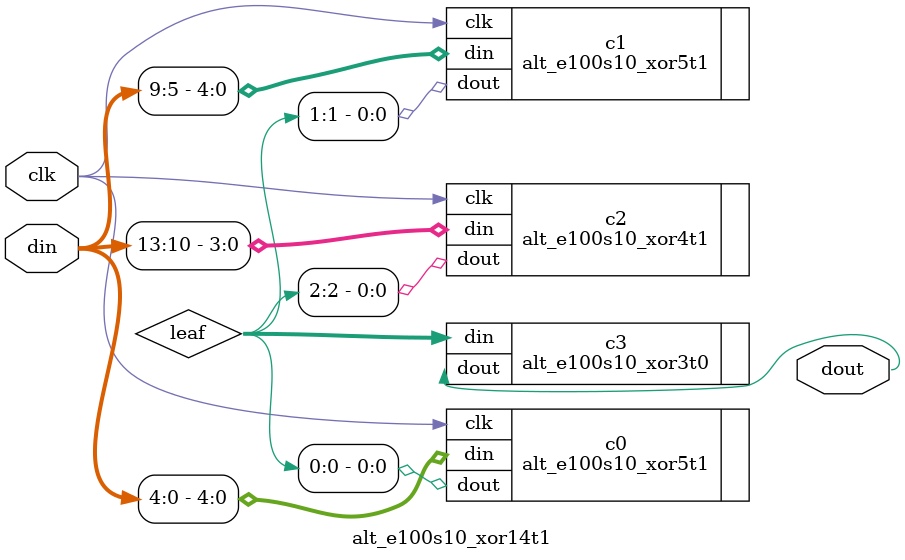
<source format=v>




`timescale 1ps/1ps

// DESCRIPTION
// 14 input XOR gate.  Latency 1.
// Generated by one of Gregg's toys.   Share And Enjoy.

module alt_e100s10_xor14t1 #(
    parameter SIM_EMULATE = 1'b0
) (
    input clk,
    input [13:0] din,
    output dout
);

wire [2:0] leaf;

alt_e100s10_xor5t1 c0 (
    .clk(clk),
    .din(din[4:0]),
    .dout(leaf[0])
);
defparam c0 .SIM_EMULATE = SIM_EMULATE;

alt_e100s10_xor5t1 c1 (
    .clk(clk),
    .din(din[9:5]),
    .dout(leaf[1])
);
defparam c1 .SIM_EMULATE = SIM_EMULATE;

alt_e100s10_xor4t1 c2 (
    .clk(clk),
    .din(din[13:10]),
    .dout(leaf[2])
);
defparam c2 .SIM_EMULATE = SIM_EMULATE;

alt_e100s10_xor3t0 c3 (
    .din(leaf),
    .dout(dout)
);
defparam c3 .SIM_EMULATE = SIM_EMULATE;

endmodule


</source>
